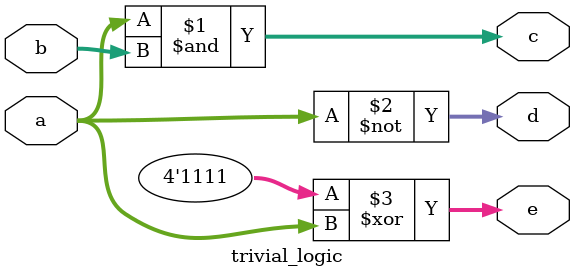
<source format=v>
module trivial_logic( input [3:0] a, input [3:0] b, output [3:0] c, output [3:0] d, output [3:0] e);
assign c = a & b;
assign d = ~a;
assign e = 4'b1111 ^ a;
endmodule


</source>
